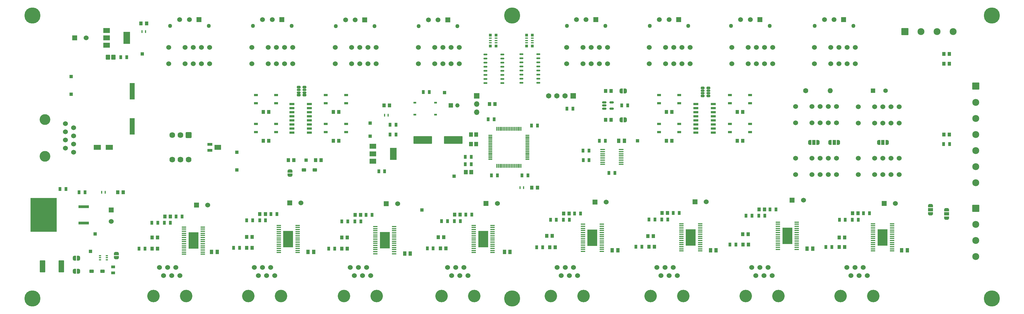
<source format=gts>
G04 #@! TF.GenerationSoftware,KiCad,Pcbnew,7.0.7*
G04 #@! TF.CreationDate,2024-01-25T11:55:39-05:00*
G04 #@! TF.ProjectId,AOML_AB_3.0_reorganized-v1,414f4d4c-5f41-4425-9f33-2e305f72656f,1*
G04 #@! TF.SameCoordinates,Original*
G04 #@! TF.FileFunction,Soldermask,Top*
G04 #@! TF.FilePolarity,Negative*
%FSLAX46Y46*%
G04 Gerber Fmt 4.6, Leading zero omitted, Abs format (unit mm)*
G04 Created by KiCad (PCBNEW 7.0.7) date 2024-01-25 11:55:39*
%MOMM*%
%LPD*%
G01*
G04 APERTURE LIST*
G04 Aperture macros list*
%AMRoundRect*
0 Rectangle with rounded corners*
0 $1 Rounding radius*
0 $2 $3 $4 $5 $6 $7 $8 $9 X,Y pos of 4 corners*
0 Add a 4 corners polygon primitive as box body*
4,1,4,$2,$3,$4,$5,$6,$7,$8,$9,$2,$3,0*
0 Add four circle primitives for the rounded corners*
1,1,$1+$1,$2,$3*
1,1,$1+$1,$4,$5*
1,1,$1+$1,$6,$7*
1,1,$1+$1,$8,$9*
0 Add four rect primitives between the rounded corners*
20,1,$1+$1,$2,$3,$4,$5,0*
20,1,$1+$1,$4,$5,$6,$7,0*
20,1,$1+$1,$6,$7,$8,$9,0*
20,1,$1+$1,$8,$9,$2,$3,0*%
%AMFreePoly0*
4,1,19,0.550000,-0.750000,0.000000,-0.750000,0.000000,-0.744911,-0.071157,-0.744911,-0.207708,-0.704816,-0.327430,-0.627875,-0.420627,-0.520320,-0.479746,-0.390866,-0.500000,-0.250000,-0.500000,0.250000,-0.479746,0.390866,-0.420627,0.520320,-0.327430,0.627875,-0.207708,0.704816,-0.071157,0.744911,0.000000,0.744911,0.000000,0.750000,0.550000,0.750000,0.550000,-0.750000,0.550000,-0.750000,
$1*%
%AMFreePoly1*
4,1,19,0.000000,0.744911,0.071157,0.744911,0.207708,0.704816,0.327430,0.627875,0.420627,0.520320,0.479746,0.390866,0.500000,0.250000,0.500000,-0.250000,0.479746,-0.390866,0.420627,-0.520320,0.327430,-0.627875,0.207708,-0.704816,0.071157,-0.744911,0.000000,-0.744911,0.000000,-0.750000,-0.550000,-0.750000,-0.550000,0.750000,0.000000,0.750000,0.000000,0.744911,0.000000,0.744911,
$1*%
%AMFreePoly2*
4,1,19,0.500000,-0.750000,0.000000,-0.750000,0.000000,-0.744911,-0.071157,-0.744911,-0.207708,-0.704816,-0.327430,-0.627875,-0.420627,-0.520320,-0.479746,-0.390866,-0.500000,-0.250000,-0.500000,0.250000,-0.479746,0.390866,-0.420627,0.520320,-0.327430,0.627875,-0.207708,0.704816,-0.071157,0.744911,0.000000,0.744911,0.000000,0.750000,0.500000,0.750000,0.500000,-0.750000,0.500000,-0.750000,
$1*%
%AMFreePoly3*
4,1,19,0.000000,0.744911,0.071157,0.744911,0.207708,0.704816,0.327430,0.627875,0.420627,0.520320,0.479746,0.390866,0.500000,0.250000,0.500000,-0.250000,0.479746,-0.390866,0.420627,-0.520320,0.327430,-0.627875,0.207708,-0.704816,0.071157,-0.744911,0.000000,-0.744911,0.000000,-0.750000,-0.500000,-0.750000,-0.500000,0.750000,0.000000,0.750000,0.000000,0.744911,0.000000,0.744911,
$1*%
G04 Aperture macros list end*
%ADD10C,1.270000*%
%ADD11R,1.520000X1.520000*%
%ADD12C,1.520000*%
%ADD13C,1.524000*%
%ADD14RoundRect,0.102000X-0.975000X0.975000X-0.975000X-0.975000X0.975000X-0.975000X0.975000X0.975000X0*%
%ADD15C,2.154000*%
%ADD16R,0.855600X1.250000*%
%ADD17R,1.016000X1.219200*%
%ADD18R,1.200000X0.800000*%
%ADD19C,5.000000*%
%ADD20R,0.650001X0.399999*%
%ADD21FreePoly0,0.000000*%
%ADD22R,1.000000X1.500000*%
%ADD23FreePoly1,0.000000*%
%ADD24R,1.305598X1.449997*%
%ADD25R,1.000000X1.000000*%
%ADD26RoundRect,0.150000X-0.512500X-0.150000X0.512500X-0.150000X0.512500X0.150000X-0.512500X0.150000X0*%
%ADD27R,1.066800X1.346200*%
%ADD28R,1.524000X1.524000*%
%ADD29R,2.000000X1.500000*%
%ADD30R,2.000000X3.800000*%
%ADD31FreePoly2,270.000000*%
%ADD32FreePoly3,270.000000*%
%ADD33C,3.327400*%
%ADD34RoundRect,0.102000X-0.550000X-0.690000X0.550000X-0.690000X0.550000X0.690000X-0.550000X0.690000X0*%
%ADD35R,1.651000X1.651000*%
%ADD36C,1.651000*%
%ADD37O,1.250000X0.549999*%
%ADD38R,1.525000X0.650000*%
%ADD39RoundRect,0.102000X0.730000X1.720000X-0.730000X1.720000X-0.730000X-1.720000X0.730000X-1.720000X0*%
%ADD40RoundRect,0.102000X-0.605000X-0.365000X0.605000X-0.365000X0.605000X0.365000X-0.605000X0.365000X0*%
%ADD41R,1.193800X0.304800*%
%ADD42R,0.304800X1.193800*%
%ADD43RoundRect,0.102000X2.800000X1.050000X-2.800000X1.050000X-2.800000X-1.050000X2.800000X-1.050000X0*%
%ADD44R,0.457200X0.812800*%
%ADD45FreePoly0,270.000000*%
%ADD46R,1.500000X1.000000*%
%ADD47FreePoly1,270.000000*%
%ADD48R,1.475000X0.450000*%
%ADD49R,3.100000X5.180000*%
%ADD50C,1.600000*%
%ADD51O,1.600000X1.600000*%
%ADD52R,0.889000X0.914400*%
%ADD53R,0.889000X0.406400*%
%ADD54R,1.600200X5.105400*%
%ADD55R,2.184400X1.625600*%
%ADD56RoundRect,0.102000X-0.975000X-0.975000X0.975000X-0.975000X0.975000X0.975000X-0.975000X0.975000X0*%
%ADD57C,1.784000*%
%ADD58RoundRect,0.102000X0.790000X0.790000X-0.790000X0.790000X-0.790000X-0.790000X0.790000X-0.790000X0*%
%ADD59R,1.700000X1.700000*%
%ADD60O,1.700000X1.700000*%
%ADD61R,3.200400X0.939800*%
%ADD62R,8.204200X10.591800*%
%ADD63RoundRect,0.193500X-0.358500X-0.213500X0.358500X-0.213500X0.358500X0.213500X-0.358500X0.213500X0*%
%ADD64RoundRect,0.170900X-0.381100X-0.196100X0.381100X-0.196100X0.381100X0.196100X-0.381100X0.196100X0*%
%ADD65R,1.397000X1.397000*%
%ADD66C,1.397000*%
%ADD67R,1.549400X0.939800*%
%ADD68R,2.133600X1.498600*%
%ADD69R,0.952500X0.558800*%
%ADD70R,1.168400X1.447800*%
%ADD71R,1.250000X0.855600*%
%ADD72FreePoly2,0.000000*%
%ADD73FreePoly3,0.000000*%
%ADD74RoundRect,0.100000X-0.637500X-0.100000X0.637500X-0.100000X0.637500X0.100000X-0.637500X0.100000X0*%
%ADD75R,1.320800X1.320800*%
%ADD76C,1.320800*%
%ADD77C,3.860800*%
G04 APERTURE END LIST*
D10*
X100739673Y-95275000D03*
X112739649Y-95275000D03*
D11*
X109739650Y-93315000D03*
D12*
X106739651Y-93315000D03*
X103739652Y-93315000D03*
D13*
X295050000Y-125400000D03*
X300130000Y-125400000D03*
X302670000Y-125400000D03*
X305210000Y-125400000D03*
X307750000Y-125400000D03*
X307750000Y-120320000D03*
X305210000Y-120320000D03*
X302670000Y-120320000D03*
X300130000Y-120320000D03*
X295050000Y-120320000D03*
D14*
X351000000Y-114000000D03*
D15*
X351000000Y-119000000D03*
X351000000Y-124000000D03*
X351000000Y-129000000D03*
X351000000Y-134000000D03*
X351000000Y-139000000D03*
X351000000Y-144000000D03*
D16*
X72468900Y-146960000D03*
X74324500Y-146960000D03*
D17*
X276949400Y-122000000D03*
X278651200Y-122000000D03*
D16*
X150000000Y-164500000D03*
X151855600Y-164500000D03*
X316156400Y-153500000D03*
X318012000Y-153500000D03*
D18*
X252650300Y-125730000D03*
X252650300Y-128270000D03*
X258950300Y-128270000D03*
X258950300Y-125730000D03*
D19*
X58000000Y-180000000D03*
D16*
X124572200Y-155725000D03*
X126427800Y-155725000D03*
D20*
X79039001Y-166670999D03*
X79039001Y-167321000D03*
X79039001Y-167970999D03*
X81089002Y-167970999D03*
X81089002Y-167321000D03*
X81089002Y-166670999D03*
D13*
X275256380Y-107000000D03*
X280336380Y-107000000D03*
X282876380Y-107000000D03*
X285416380Y-107000000D03*
X287956380Y-107000000D03*
X287956380Y-101920000D03*
X285416380Y-101920000D03*
X282876380Y-101920000D03*
X280336380Y-101920000D03*
X275256380Y-101920000D03*
D21*
X305750000Y-131480000D03*
D22*
X307050000Y-131480000D03*
D23*
X308350000Y-131480000D03*
D16*
X202475000Y-141750000D03*
X200619400Y-141750000D03*
D24*
X195802799Y-132000000D03*
X194197201Y-132000000D03*
D13*
X100300000Y-107000000D03*
X105380000Y-107000000D03*
X107920000Y-107000000D03*
X110460000Y-107000000D03*
X113000000Y-107000000D03*
X113000000Y-101920000D03*
X110460000Y-101920000D03*
X107920000Y-101920000D03*
X105380000Y-101920000D03*
X100300000Y-101920000D03*
D17*
X130350900Y-153725000D03*
X128649100Y-153725000D03*
X255265100Y-153425000D03*
X253563300Y-153425000D03*
D25*
X77468900Y-159960000D03*
D26*
X235606800Y-119050000D03*
X235606800Y-120000000D03*
X235606800Y-120950000D03*
X237881800Y-120950000D03*
X237881800Y-119050000D03*
D17*
X341149100Y-107000000D03*
X342850900Y-107000000D03*
D27*
X300376300Y-164500000D03*
X298623700Y-164500000D03*
D28*
X198914200Y-150425000D03*
D13*
X202419400Y-150425000D03*
D10*
X178000023Y-95330000D03*
X189999999Y-95330000D03*
D11*
X187000000Y-93370000D03*
D12*
X184000001Y-93370000D03*
X181000002Y-93370000D03*
D29*
X81000000Y-96700000D03*
X81000000Y-99000000D03*
D30*
X87300000Y-99000000D03*
D29*
X81000000Y-101300000D03*
D31*
X84039000Y-166021000D03*
D32*
X84039000Y-167321000D03*
D16*
X102644400Y-154500000D03*
X104500000Y-154500000D03*
D10*
X275000021Y-95275000D03*
X286999997Y-95275000D03*
D11*
X283999998Y-93315000D03*
D12*
X280999999Y-93315000D03*
X278000000Y-93315000D03*
D28*
X82468900Y-152494800D03*
D13*
X82468900Y-156000000D03*
D33*
X61869001Y-124389900D03*
X61869001Y-135819900D03*
D13*
X68229001Y-125659900D03*
X70769001Y-126929900D03*
X68229001Y-128199900D03*
X70769001Y-129469900D03*
X68229001Y-130739900D03*
X70769001Y-132009900D03*
X68229001Y-133279900D03*
X70769001Y-134549900D03*
D25*
X246000000Y-131000000D03*
D17*
X124576900Y-160842600D03*
X126278700Y-160842600D03*
X154076900Y-161000000D03*
X155778700Y-161000000D03*
D25*
X143000000Y-137000000D03*
D16*
X234072200Y-131000000D03*
X235927800Y-131000000D03*
D28*
X293976150Y-149425000D03*
D13*
X297481350Y-149425000D03*
D17*
X285412900Y-152275000D03*
X283711100Y-152275000D03*
D13*
X223923048Y-107000000D03*
X229003048Y-107000000D03*
X231543048Y-107000000D03*
X234083048Y-107000000D03*
X236623048Y-107000000D03*
X236623048Y-101920000D03*
X234083048Y-101920000D03*
X231543048Y-101920000D03*
X229003048Y-101920000D03*
X223923048Y-101920000D03*
D17*
X314435100Y-153500000D03*
X312733300Y-153500000D03*
D27*
X175376300Y-166000000D03*
X173623700Y-166000000D03*
D17*
X95149100Y-161000000D03*
X96850900Y-161000000D03*
D16*
X241072200Y-120000000D03*
X242927800Y-120000000D03*
X199547200Y-124250000D03*
X201402800Y-124250000D03*
D25*
X70000000Y-116500000D03*
D34*
X81424000Y-105000000D03*
X83150000Y-105000000D03*
D16*
X222915200Y-155550000D03*
X224770800Y-155550000D03*
D35*
X226000000Y-117000000D03*
D36*
X223460000Y-117000000D03*
X220920000Y-117000000D03*
X218380000Y-117000000D03*
D16*
X283634200Y-154275000D03*
X285489800Y-154275000D03*
D17*
X151437100Y-122000000D03*
X153138900Y-122000000D03*
X217798200Y-160550000D03*
X219500000Y-160550000D03*
D37*
X209874999Y-104055000D03*
X209874999Y-105325000D03*
X209874999Y-106595000D03*
X209874999Y-107865000D03*
X209874999Y-109135000D03*
X209874999Y-110405000D03*
X209874999Y-111675000D03*
X209874999Y-112945000D03*
X215124999Y-112945000D03*
X215124999Y-111675000D03*
X215124999Y-110405000D03*
X215124999Y-109135000D03*
X215124999Y-107865000D03*
X215124999Y-106595000D03*
X215124999Y-105325000D03*
X215124999Y-104055000D03*
D17*
X184076900Y-160925000D03*
X185778700Y-160925000D03*
D27*
X240123700Y-131000000D03*
X241876300Y-131000000D03*
D38*
X138576000Y-119555000D03*
X138576000Y-120825000D03*
X138576000Y-122095000D03*
X138576000Y-123365000D03*
X138576000Y-124635000D03*
X138576000Y-125905000D03*
X138576000Y-127175000D03*
X138576000Y-128445000D03*
X144000000Y-128445000D03*
X144000000Y-127175000D03*
X144000000Y-125905000D03*
X144000000Y-124635000D03*
X144000000Y-123365000D03*
X144000000Y-122095000D03*
X144000000Y-120825000D03*
X144000000Y-119555000D03*
D27*
X329752600Y-165000000D03*
X328000000Y-165000000D03*
D16*
X179441600Y-115832200D03*
X181297200Y-115832200D03*
D17*
X341149100Y-104000000D03*
X342850900Y-104000000D03*
D25*
X186000000Y-116000000D03*
D16*
X304500000Y-164000000D03*
X306355600Y-164000000D03*
X154072200Y-156000000D03*
X155927800Y-156000000D03*
X249486400Y-155425000D03*
X251342000Y-155425000D03*
D14*
X351000000Y-152000000D03*
D15*
X351000000Y-157000000D03*
X351000000Y-162000000D03*
X351000000Y-167000000D03*
D25*
X162927800Y-129500000D03*
D19*
X58000000Y-92000000D03*
X356000000Y-180000000D03*
D17*
X95149100Y-164500000D03*
X96850900Y-164500000D03*
X308576900Y-161000000D03*
X310278700Y-161000000D03*
D25*
X179000000Y-152500000D03*
D13*
X295050000Y-141480000D03*
X300130000Y-141480000D03*
X302670000Y-141480000D03*
X305210000Y-141480000D03*
X307750000Y-141480000D03*
X307750000Y-136400000D03*
X305210000Y-136400000D03*
X302670000Y-136400000D03*
X300130000Y-136400000D03*
X295050000Y-136400000D03*
D18*
X127426000Y-125730000D03*
X127426000Y-128270000D03*
X133726000Y-128270000D03*
X133726000Y-125730000D03*
D39*
X67000000Y-170000000D03*
X61148000Y-170000000D03*
D21*
X320901400Y-131480000D03*
D22*
X322201400Y-131480000D03*
D23*
X323501400Y-131480000D03*
D40*
X79719000Y-171500000D03*
X76359000Y-171500000D03*
D16*
X287134200Y-152275000D03*
X288989800Y-152275000D03*
D41*
X200250001Y-129250000D03*
X200250001Y-129749999D03*
X200250001Y-130250000D03*
X200250001Y-130749999D03*
X200250001Y-131250001D03*
X200250001Y-131750000D03*
X200250001Y-132249999D03*
X200250001Y-132750000D03*
X200250001Y-133250000D03*
X200250001Y-133750001D03*
X200250001Y-134250000D03*
X200250001Y-134749999D03*
X200250001Y-135250001D03*
X200250001Y-135750000D03*
X200250001Y-136250001D03*
X200250001Y-136750000D03*
D42*
X202250000Y-138749999D03*
X202749999Y-138749999D03*
X203250000Y-138749999D03*
X203749999Y-138749999D03*
X204250001Y-138749999D03*
X204750000Y-138749999D03*
X205249999Y-138749999D03*
X205750000Y-138749999D03*
X206250000Y-138749999D03*
X206750001Y-138749999D03*
X207250000Y-138749999D03*
X207749999Y-138749999D03*
X208250001Y-138749999D03*
X208750000Y-138749999D03*
X209250001Y-138749999D03*
X209750000Y-138749999D03*
D41*
X211749999Y-136750000D03*
X211749999Y-136250001D03*
X211749999Y-135750000D03*
X211749999Y-135250001D03*
X211749999Y-134749999D03*
X211749999Y-134250000D03*
X211749999Y-133750001D03*
X211749999Y-133250000D03*
X211749999Y-132750000D03*
X211749999Y-132249999D03*
X211749999Y-131750000D03*
X211749999Y-131250001D03*
X211749999Y-130749999D03*
X211749999Y-130250000D03*
X211749999Y-129749999D03*
X211749999Y-129250000D03*
D42*
X209750000Y-127250001D03*
X209250001Y-127250001D03*
X208750000Y-127250001D03*
X208250001Y-127250001D03*
X207749999Y-127250001D03*
X207250000Y-127250001D03*
X206750001Y-127250001D03*
X206250000Y-127250001D03*
X205750000Y-127250001D03*
X205249999Y-127250001D03*
X204750000Y-127250001D03*
X204250001Y-127250001D03*
X203749999Y-127250001D03*
X203250000Y-127250001D03*
X202749999Y-127250001D03*
X202250000Y-127250001D03*
D16*
X192644450Y-153925000D03*
X194500050Y-153925000D03*
D43*
X188750000Y-130750000D03*
X179250000Y-130750000D03*
D16*
X218915200Y-155550000D03*
X220770800Y-155550000D03*
D19*
X356000000Y-92000000D03*
D18*
X149138000Y-116730000D03*
X149138000Y-119270000D03*
X155438000Y-119270000D03*
X155438000Y-116730000D03*
D19*
X207000000Y-92000000D03*
D16*
X194330600Y-136000000D03*
X192475000Y-136000000D03*
D18*
X274645000Y-116730000D03*
X274645000Y-119270000D03*
X280945000Y-119270000D03*
X280945000Y-116730000D03*
D10*
X249739673Y-95275000D03*
X261739649Y-95275000D03*
D11*
X258739650Y-93315000D03*
D12*
X255739651Y-93315000D03*
X252739652Y-93315000D03*
D16*
X128572200Y-155725000D03*
X130427800Y-155725000D03*
X237072200Y-141000000D03*
X238927800Y-141000000D03*
D13*
X300923048Y-107000000D03*
X306003048Y-107000000D03*
X308543048Y-107000000D03*
X311083048Y-107000000D03*
X313623048Y-107000000D03*
X313623048Y-101920000D03*
X311083048Y-101920000D03*
X308543048Y-101920000D03*
X306003048Y-101920000D03*
X300923048Y-101920000D03*
D16*
X229072200Y-137000000D03*
X230927800Y-137000000D03*
X120500000Y-164225000D03*
X122355600Y-164225000D03*
D18*
X252645000Y-116730000D03*
X252645000Y-119270000D03*
X258945000Y-119270000D03*
X258945000Y-116730000D03*
D16*
X257058600Y-153425000D03*
X258914200Y-153425000D03*
D13*
X126173333Y-107000000D03*
X131253333Y-107000000D03*
X133793333Y-107000000D03*
X136333333Y-107000000D03*
X138873333Y-107000000D03*
X138873333Y-101920000D03*
X136333333Y-101920000D03*
X133793333Y-101920000D03*
X131253333Y-101920000D03*
X126173333Y-101920000D03*
D37*
X198750000Y-104150000D03*
X198750000Y-105420000D03*
X198750000Y-106690000D03*
X198750000Y-107960000D03*
X198750000Y-109230000D03*
X198750000Y-110500000D03*
X198750000Y-111770000D03*
X198750000Y-113040000D03*
X204000000Y-113040000D03*
X204000000Y-111770000D03*
X204000000Y-110500000D03*
X204000000Y-109230000D03*
X204000000Y-107960000D03*
X204000000Y-106690000D03*
X204000000Y-105420000D03*
X204000000Y-104150000D03*
D27*
X115376300Y-165500000D03*
X113623700Y-165500000D03*
D44*
X80611900Y-146960000D03*
X79468900Y-146960000D03*
D17*
X218721300Y-164050000D03*
X220423100Y-164050000D03*
X190850950Y-153925000D03*
X189149150Y-153925000D03*
D16*
X279634200Y-154275000D03*
X281489800Y-154275000D03*
D13*
X314501400Y-141480000D03*
X319581400Y-141480000D03*
X322121400Y-141480000D03*
X324661400Y-141480000D03*
X327201400Y-141480000D03*
X327201400Y-136400000D03*
X324661400Y-136400000D03*
X322121400Y-136400000D03*
X319581400Y-136400000D03*
X314501400Y-136400000D03*
D25*
X121500000Y-134500000D03*
D28*
X167914150Y-150500000D03*
D13*
X171419350Y-150500000D03*
D17*
X151437100Y-131000000D03*
X153138900Y-131000000D03*
D45*
X342000000Y-152400000D03*
D46*
X342000000Y-153700000D03*
D47*
X342000000Y-155000000D03*
D25*
X189000000Y-142000000D03*
D24*
X195802799Y-129000000D03*
X194197201Y-129000000D03*
D13*
X177920000Y-107000000D03*
X183000000Y-107000000D03*
X185540000Y-107000000D03*
X188080000Y-107000000D03*
X190620000Y-107000000D03*
X190620000Y-101920000D03*
X188080000Y-101920000D03*
X185540000Y-101920000D03*
X183000000Y-101920000D03*
X177920000Y-101920000D03*
D19*
X207000000Y-180000000D03*
D17*
X86170700Y-146960000D03*
X84468900Y-146960000D03*
D16*
X308656400Y-155500000D03*
X310512000Y-155500000D03*
D25*
X162927800Y-125500000D03*
D17*
X184721300Y-164425000D03*
X186423100Y-164425000D03*
D48*
X259562000Y-156775000D03*
X259562000Y-157425000D03*
X259562000Y-158075000D03*
X259562000Y-158725000D03*
X259562000Y-159375000D03*
X259562000Y-160025000D03*
X259562000Y-160675000D03*
X259562000Y-161325000D03*
X259562000Y-161975000D03*
X259562000Y-162625000D03*
X259562000Y-163275000D03*
X259562000Y-163925000D03*
X259562000Y-164575000D03*
X259562000Y-165225000D03*
X265438000Y-165225000D03*
X265438000Y-164575000D03*
X265438000Y-163925000D03*
X265438000Y-163275000D03*
X265438000Y-162625000D03*
X265438000Y-161975000D03*
X265438000Y-161325000D03*
X265438000Y-160675000D03*
X265438000Y-160025000D03*
X265438000Y-159375000D03*
X265438000Y-158725000D03*
X265438000Y-158075000D03*
X265438000Y-157425000D03*
X265438000Y-156775000D03*
D49*
X262500000Y-161000000D03*
D25*
X76039000Y-165321000D03*
D50*
X298240000Y-115400000D03*
D51*
X305860000Y-115400000D03*
D27*
X206376300Y-165500000D03*
X204623700Y-165500000D03*
D16*
X99000000Y-156500000D03*
X100855600Y-156500000D03*
X194330600Y-138250000D03*
X192475000Y-138250000D03*
D25*
X92150000Y-104000000D03*
D16*
X230855600Y-134000000D03*
X229000000Y-134000000D03*
D52*
X211500000Y-98096400D03*
D53*
X211500000Y-99074300D03*
X211500000Y-99798200D03*
X211500000Y-100522100D03*
D52*
X211500000Y-101500000D03*
X213278000Y-101500000D03*
D53*
X213278000Y-100522100D03*
X213278000Y-99798200D03*
X213278000Y-99074300D03*
D52*
X213278000Y-98096400D03*
D16*
X245423100Y-163925000D03*
X247278700Y-163925000D03*
X66541100Y-145960000D03*
X68396700Y-145960000D03*
X158144400Y-156000000D03*
X160000000Y-156000000D03*
D54*
X89000000Y-126461000D03*
X89000000Y-115539000D03*
D28*
X71150000Y-99000000D03*
D13*
X74655200Y-99000000D03*
D16*
X95072200Y-156500000D03*
X96927800Y-156500000D03*
D48*
X105062000Y-157775000D03*
X105062000Y-158425000D03*
X105062000Y-159075000D03*
X105062000Y-159725000D03*
X105062000Y-160375000D03*
X105062000Y-161025000D03*
X105062000Y-161675000D03*
X105062000Y-162325000D03*
X105062000Y-162975000D03*
X105062000Y-163625000D03*
X105062000Y-164275000D03*
X105062000Y-164925000D03*
X105062000Y-165575000D03*
X105062000Y-166225000D03*
X110938000Y-166225000D03*
X110938000Y-165575000D03*
X110938000Y-164925000D03*
X110938000Y-164275000D03*
X110938000Y-163625000D03*
X110938000Y-162975000D03*
X110938000Y-162325000D03*
X110938000Y-161675000D03*
X110938000Y-161025000D03*
X110938000Y-160375000D03*
X110938000Y-159725000D03*
X110938000Y-159075000D03*
X110938000Y-158425000D03*
X110938000Y-157775000D03*
D49*
X108000000Y-162000000D03*
D55*
X81854200Y-133000000D03*
X78145800Y-133000000D03*
D13*
X314501400Y-125480000D03*
X319581400Y-125480000D03*
X322121400Y-125480000D03*
X324661400Y-125480000D03*
X327201400Y-125480000D03*
X327201400Y-120400000D03*
X324661400Y-120400000D03*
X322121400Y-120400000D03*
X319581400Y-120400000D03*
X314501400Y-120400000D03*
D17*
X254944100Y-122000000D03*
X256645900Y-122000000D03*
D27*
X270376300Y-165000000D03*
X268623700Y-165000000D03*
D10*
X126493123Y-95275000D03*
X138493099Y-95275000D03*
D11*
X135493100Y-93315000D03*
D12*
X132493101Y-93315000D03*
X129493102Y-93315000D03*
D16*
X213047200Y-126250000D03*
X214902800Y-126250000D03*
D29*
X163777800Y-132700000D03*
X163777800Y-135000000D03*
D30*
X170077800Y-135000000D03*
D29*
X163777800Y-137300000D03*
D56*
X329000000Y-97000000D03*
D15*
X334000000Y-97000000D03*
X339000000Y-97000000D03*
X344000000Y-97000000D03*
D17*
X249500000Y-163925000D03*
X251201800Y-163925000D03*
D57*
X106540000Y-136810000D03*
X104000000Y-136810000D03*
X101460000Y-136810000D03*
X101460000Y-129190000D03*
X104000000Y-129190000D03*
D58*
X106540000Y-129190000D03*
D38*
X264083000Y-119555000D03*
X264083000Y-120825000D03*
X264083000Y-122095000D03*
X264083000Y-123365000D03*
X264083000Y-124635000D03*
X264083000Y-125905000D03*
X264083000Y-127175000D03*
X264083000Y-128445000D03*
X269507000Y-128445000D03*
X269507000Y-127175000D03*
X269507000Y-125905000D03*
X269507000Y-124635000D03*
X269507000Y-123365000D03*
X269507000Y-122095000D03*
X269507000Y-120825000D03*
X269507000Y-119555000D03*
D17*
X129725100Y-131000000D03*
X131426900Y-131000000D03*
D48*
X229000000Y-156900000D03*
X229000000Y-157550000D03*
X229000000Y-158200000D03*
X229000000Y-158850000D03*
X229000000Y-159500000D03*
X229000000Y-160150000D03*
X229000000Y-160800000D03*
X229000000Y-161450000D03*
X229000000Y-162100000D03*
X229000000Y-162750000D03*
X229000000Y-163400000D03*
X229000000Y-164050000D03*
X229000000Y-164700000D03*
X229000000Y-165350000D03*
X234876000Y-165350000D03*
X234876000Y-164700000D03*
X234876000Y-164050000D03*
X234876000Y-163400000D03*
X234876000Y-162750000D03*
X234876000Y-162100000D03*
X234876000Y-161450000D03*
X234876000Y-160800000D03*
X234876000Y-160150000D03*
X234876000Y-159500000D03*
X234876000Y-158850000D03*
X234876000Y-158200000D03*
X234876000Y-157550000D03*
X234876000Y-156900000D03*
D49*
X231938000Y-161125000D03*
D17*
X159923100Y-154000000D03*
X158221300Y-154000000D03*
D28*
X137914150Y-150275000D03*
D13*
X141419350Y-150275000D03*
D59*
X196000000Y-117000000D03*
D60*
X196000000Y-119540000D03*
X196000000Y-122080000D03*
D61*
X73902200Y-156540000D03*
X73902200Y-151460000D03*
D62*
X61468900Y-154000000D03*
D16*
X226415200Y-153550000D03*
X228270800Y-153550000D03*
D63*
X140723000Y-114315000D03*
D64*
X140723000Y-115155000D03*
X140723000Y-115955000D03*
D63*
X140723000Y-116795000D03*
X142493000Y-116795000D03*
D64*
X142493000Y-115955000D03*
X142493000Y-115155000D03*
D63*
X142493000Y-114315000D03*
D44*
X167356300Y-123000000D03*
X168499300Y-123000000D03*
D28*
X108932800Y-150975000D03*
D13*
X112438000Y-150975000D03*
D17*
X341149100Y-129000000D03*
X342850900Y-129000000D03*
X276944100Y-131000000D03*
X278645900Y-131000000D03*
D16*
X91072200Y-164500000D03*
X92927800Y-164500000D03*
D17*
X146000000Y-137000000D03*
X147701800Y-137000000D03*
D10*
X224000021Y-95275000D03*
X235999997Y-95275000D03*
D11*
X232999998Y-93315000D03*
D12*
X229999999Y-93315000D03*
X227000000Y-93315000D03*
D16*
X211902800Y-141750000D03*
X210047200Y-141750000D03*
D17*
X129725100Y-122000000D03*
X131426900Y-122000000D03*
X278649100Y-160000000D03*
X280350900Y-160000000D03*
X254944100Y-131000000D03*
X256645900Y-131000000D03*
D16*
X189072250Y-155925000D03*
X190927850Y-155925000D03*
D63*
X266230000Y-114520000D03*
D64*
X266230000Y-115360000D03*
X266230000Y-116160000D03*
D63*
X266230000Y-117000000D03*
X268000000Y-117000000D03*
D64*
X268000000Y-116160000D03*
X268000000Y-115360000D03*
D63*
X268000000Y-114520000D03*
D17*
X91733300Y-94500000D03*
X93435100Y-94500000D03*
D16*
X169072200Y-126000000D03*
X170927800Y-126000000D03*
D44*
X210571500Y-145500000D03*
X209428500Y-145500000D03*
D28*
X232757150Y-150050000D03*
D13*
X236262350Y-150050000D03*
D65*
X319081500Y-115400000D03*
D66*
X323018500Y-115400000D03*
D17*
X249149100Y-160609250D03*
X250850900Y-160609250D03*
D67*
X113115700Y-132050000D03*
D68*
X115592200Y-133000000D03*
D67*
X113115700Y-133950000D03*
D48*
X164500000Y-157648100D03*
X164500000Y-158298100D03*
X164500000Y-158948100D03*
X164500000Y-159598100D03*
X164500000Y-160248100D03*
X164500000Y-160898100D03*
X164500000Y-161548100D03*
X164500000Y-162198100D03*
X164500000Y-162848100D03*
X164500000Y-163498100D03*
X164500000Y-164148100D03*
X164500000Y-164798100D03*
X164500000Y-165448100D03*
X164500000Y-166098100D03*
X170376000Y-166098100D03*
X170376000Y-165448100D03*
X170376000Y-164798100D03*
X170376000Y-164148100D03*
X170376000Y-163498100D03*
X170376000Y-162848100D03*
X170376000Y-162198100D03*
X170376000Y-161548100D03*
X170376000Y-160898100D03*
X170376000Y-160248100D03*
X170376000Y-159598100D03*
X170376000Y-158948100D03*
X170376000Y-158298100D03*
X170376000Y-157648100D03*
D49*
X167438000Y-161873100D03*
D17*
X100850900Y-154500000D03*
X99149100Y-154500000D03*
X200000000Y-119558800D03*
X201701800Y-119558800D03*
D18*
X127426000Y-116730000D03*
X127426000Y-119270000D03*
X133726000Y-119270000D03*
X133726000Y-116730000D03*
D17*
X154076900Y-164500000D03*
X155778700Y-164500000D03*
D16*
X312656400Y-155500000D03*
X314512000Y-155500000D03*
D17*
X214850900Y-145500000D03*
X213149100Y-145500000D03*
D25*
X121500000Y-140000000D03*
D48*
X134500000Y-157275000D03*
X134500000Y-157925000D03*
X134500000Y-158575000D03*
X134500000Y-159225000D03*
X134500000Y-159875000D03*
X134500000Y-160525000D03*
X134500000Y-161175000D03*
X134500000Y-161825000D03*
X134500000Y-162475000D03*
X134500000Y-163125000D03*
X134500000Y-163775000D03*
X134500000Y-164425000D03*
X134500000Y-165075000D03*
X134500000Y-165725000D03*
X140376000Y-165725000D03*
X140376000Y-165075000D03*
X140376000Y-164425000D03*
X140376000Y-163775000D03*
X140376000Y-163125000D03*
X140376000Y-162475000D03*
X140376000Y-161825000D03*
X140376000Y-161175000D03*
X140376000Y-160525000D03*
X140376000Y-159875000D03*
X140376000Y-159225000D03*
X140376000Y-158575000D03*
X140376000Y-157925000D03*
X140376000Y-157275000D03*
D49*
X137438000Y-161500000D03*
D16*
X180644400Y-164425000D03*
X182500000Y-164425000D03*
X169072200Y-129000000D03*
X170927800Y-129000000D03*
X214644400Y-164050000D03*
X216500000Y-164050000D03*
D69*
X176818650Y-119145800D03*
X183181350Y-119145800D03*
X176818650Y-122854200D03*
X183181350Y-122854200D03*
D48*
X289562000Y-156275000D03*
X289562000Y-156925000D03*
X289562000Y-157575000D03*
X289562000Y-158225000D03*
X289562000Y-158875000D03*
X289562000Y-159525000D03*
X289562000Y-160175000D03*
X289562000Y-160825000D03*
X289562000Y-161475000D03*
X289562000Y-162125000D03*
X289562000Y-162775000D03*
X289562000Y-163425000D03*
X289562000Y-164075000D03*
X289562000Y-164725000D03*
X295438000Y-164725000D03*
X295438000Y-164075000D03*
X295438000Y-163425000D03*
X295438000Y-162775000D03*
X295438000Y-162125000D03*
X295438000Y-161475000D03*
X295438000Y-160825000D03*
X295438000Y-160175000D03*
X295438000Y-159525000D03*
X295438000Y-158875000D03*
X295438000Y-158225000D03*
X295438000Y-157575000D03*
X295438000Y-156925000D03*
X295438000Y-156275000D03*
D49*
X292500000Y-160500000D03*
D17*
X124576900Y-164225000D03*
X126278700Y-164225000D03*
D45*
X337000000Y-151100000D03*
D46*
X337000000Y-152400000D03*
D47*
X337000000Y-153700000D03*
D70*
X192598700Y-140750000D03*
X194351300Y-140750000D03*
D16*
X85431400Y-105000000D03*
X87287000Y-105000000D03*
D17*
X278721300Y-163275000D03*
X280423100Y-163275000D03*
D28*
X263828350Y-149925000D03*
D13*
X267333550Y-149925000D03*
D16*
X253486400Y-155425000D03*
X255342000Y-155425000D03*
D13*
X152046666Y-107000000D03*
X157126666Y-107000000D03*
X159666666Y-107000000D03*
X162206666Y-107000000D03*
X164746666Y-107000000D03*
X164746666Y-101920000D03*
X162206666Y-101920000D03*
X159666666Y-101920000D03*
X157126666Y-101920000D03*
X152046666Y-101920000D03*
D27*
X145376300Y-165500000D03*
X143623700Y-165500000D03*
D31*
X138000000Y-140350000D03*
D32*
X138000000Y-141650000D03*
D28*
X322579000Y-150425000D03*
D13*
X326084200Y-150425000D03*
D71*
X83039000Y-170144400D03*
X83039000Y-172000000D03*
D48*
X195062000Y-157275000D03*
X195062000Y-157925000D03*
X195062000Y-158575000D03*
X195062000Y-159225000D03*
X195062000Y-159875000D03*
X195062000Y-160525000D03*
X195062000Y-161175000D03*
X195062000Y-161825000D03*
X195062000Y-162475000D03*
X195062000Y-163125000D03*
X195062000Y-163775000D03*
X195062000Y-164425000D03*
X195062000Y-165075000D03*
X195062000Y-165725000D03*
X200938000Y-165725000D03*
X200938000Y-165075000D03*
X200938000Y-164425000D03*
X200938000Y-163775000D03*
X200938000Y-163125000D03*
X200938000Y-162475000D03*
X200938000Y-161825000D03*
X200938000Y-161175000D03*
X200938000Y-160525000D03*
X200938000Y-159875000D03*
X200938000Y-159225000D03*
X200938000Y-158575000D03*
X200938000Y-157925000D03*
X200938000Y-157275000D03*
D49*
X198000000Y-161500000D03*
D52*
X200222000Y-98096400D03*
D53*
X200222000Y-99074300D03*
X200222000Y-99798200D03*
X200222000Y-100522100D03*
D52*
X200222000Y-101500000D03*
X202000000Y-101500000D03*
D53*
X202000000Y-100522100D03*
X202000000Y-99798200D03*
X202000000Y-99074300D03*
D52*
X202000000Y-98096400D03*
D13*
X249589714Y-107000000D03*
X254669714Y-107000000D03*
X257209714Y-107000000D03*
X259749714Y-107000000D03*
X262289714Y-107000000D03*
X262289714Y-101920000D03*
X259749714Y-101920000D03*
X257209714Y-101920000D03*
X254669714Y-101920000D03*
X249589714Y-101920000D03*
D72*
X71039000Y-167500000D03*
D73*
X72339000Y-167500000D03*
D17*
X237732700Y-124500000D03*
X236030900Y-124500000D03*
D72*
X240881800Y-124450000D03*
D73*
X242181800Y-124450000D03*
D16*
X132072200Y-153725000D03*
X133927800Y-153725000D03*
D40*
X145680000Y-140000000D03*
X142320000Y-140000000D03*
D16*
X341072200Y-132000000D03*
X342927800Y-132000000D03*
X161644400Y-154000000D03*
X163500000Y-154000000D03*
D27*
X239876300Y-165000000D03*
X238123700Y-165000000D03*
D17*
X224693900Y-153550000D03*
X222992100Y-153550000D03*
D16*
X165572200Y-140500000D03*
X167427800Y-140500000D03*
D18*
X274645000Y-125730000D03*
X274645000Y-128270000D03*
X280945000Y-128270000D03*
X280945000Y-125730000D03*
D17*
X308576900Y-164000000D03*
X310278700Y-164000000D03*
D44*
X93150000Y-97000000D03*
X92007000Y-97000000D03*
D18*
X149138000Y-125730000D03*
X149138000Y-128270000D03*
X155438000Y-128270000D03*
X155438000Y-125730000D03*
D17*
X168927800Y-120000000D03*
X167226000Y-120000000D03*
D16*
X185072250Y-155925000D03*
X186927850Y-155925000D03*
D48*
X319146200Y-156775000D03*
X319146200Y-157425000D03*
X319146200Y-158075000D03*
X319146200Y-158725000D03*
X319146200Y-159375000D03*
X319146200Y-160025000D03*
X319146200Y-160675000D03*
X319146200Y-161325000D03*
X319146200Y-161975000D03*
X319146200Y-162625000D03*
X319146200Y-163275000D03*
X319146200Y-163925000D03*
X319146200Y-164575000D03*
X319146200Y-165225000D03*
X325022200Y-165225000D03*
X325022200Y-164575000D03*
X325022200Y-163925000D03*
X325022200Y-163275000D03*
X325022200Y-162625000D03*
X325022200Y-161975000D03*
X325022200Y-161325000D03*
X325022200Y-160675000D03*
X325022200Y-160025000D03*
X325022200Y-159375000D03*
X325022200Y-158725000D03*
X325022200Y-158075000D03*
X325022200Y-157425000D03*
X325022200Y-156775000D03*
D49*
X322084200Y-161000000D03*
D25*
X70000000Y-111000000D03*
D72*
X71039000Y-171500000D03*
D73*
X72339000Y-171500000D03*
D21*
X299450000Y-131480000D03*
D22*
X300750000Y-131480000D03*
D23*
X302050000Y-131480000D03*
D16*
X225927800Y-121000000D03*
X224072200Y-121000000D03*
D17*
X237732700Y-115500000D03*
X236030900Y-115500000D03*
X139201800Y-137000000D03*
X137500000Y-137000000D03*
D10*
X152246573Y-95330000D03*
X164246549Y-95330000D03*
D11*
X161246550Y-93370000D03*
D12*
X158246551Y-93370000D03*
X155246552Y-93370000D03*
D72*
X240881800Y-115450000D03*
D73*
X242181800Y-115450000D03*
D16*
X274644400Y-163275000D03*
X276500000Y-163275000D03*
D74*
X235137500Y-133725000D03*
X235137500Y-134375000D03*
X235137500Y-135025000D03*
X235137500Y-135675000D03*
X235137500Y-136325000D03*
X235137500Y-136975000D03*
X235137500Y-137625000D03*
X235137500Y-138275000D03*
X240862500Y-138275000D03*
X240862500Y-137625000D03*
X240862500Y-136975000D03*
X240862500Y-136325000D03*
X240862500Y-135675000D03*
X240862500Y-135025000D03*
X240862500Y-134375000D03*
X240862500Y-133725000D03*
D75*
X188000000Y-120000000D03*
D76*
X190000000Y-120000000D03*
D10*
X301000021Y-95275000D03*
X312999997Y-95275000D03*
D11*
X309999998Y-93315000D03*
D12*
X306999999Y-93315000D03*
X304000000Y-93315000D03*
D13*
X186960000Y-170360000D03*
X188230000Y-172900000D03*
X189500000Y-170360000D03*
X190770000Y-172900000D03*
X192040000Y-170360000D03*
X193310000Y-172900000D03*
D77*
X185055000Y-179250000D03*
X195215000Y-179250000D03*
D13*
X97460000Y-170360000D03*
X98730000Y-172900000D03*
X100000000Y-170360000D03*
X101270000Y-172900000D03*
X102540000Y-170360000D03*
X103810000Y-172900000D03*
D77*
X95555000Y-179250000D03*
X105715000Y-179250000D03*
D13*
X156710000Y-170360000D03*
X157980000Y-172900000D03*
X159250000Y-170360000D03*
X160520000Y-172900000D03*
X161790000Y-170360000D03*
X163060000Y-172900000D03*
D77*
X154805000Y-179250000D03*
X164965000Y-179250000D03*
D13*
X126960000Y-170360000D03*
X128230000Y-172900000D03*
X129500000Y-170360000D03*
X130770000Y-172900000D03*
X132040000Y-170360000D03*
X133310000Y-172900000D03*
D77*
X125055000Y-179250000D03*
X135215000Y-179250000D03*
D13*
X220960000Y-170360000D03*
X222230000Y-172900000D03*
X223500000Y-170360000D03*
X224770000Y-172900000D03*
X226040000Y-170360000D03*
X227310000Y-172900000D03*
D77*
X219055000Y-179250000D03*
X229215000Y-179250000D03*
D13*
X281460000Y-170360000D03*
X282730000Y-172900000D03*
X284000000Y-170360000D03*
X285270000Y-172900000D03*
X286540000Y-170360000D03*
X287810000Y-172900000D03*
D77*
X279555000Y-179250000D03*
X289715000Y-179250000D03*
D13*
X251960000Y-170360000D03*
X253230000Y-172900000D03*
X254500000Y-170360000D03*
X255770000Y-172900000D03*
X257040000Y-170360000D03*
X258310000Y-172900000D03*
D77*
X250055000Y-179250000D03*
X260215000Y-179250000D03*
D13*
X310960000Y-170360000D03*
X312230000Y-172900000D03*
X313500000Y-170360000D03*
X314770000Y-172900000D03*
X316040000Y-170360000D03*
X317310000Y-172900000D03*
D77*
X309055000Y-179250000D03*
X319215000Y-179250000D03*
M02*

</source>
